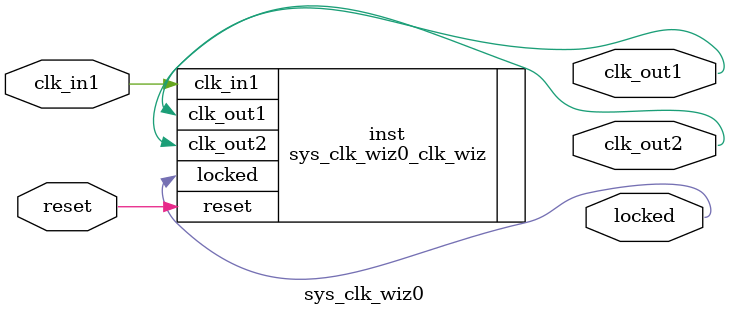
<source format=v>


`timescale 1ps/1ps

(* CORE_GENERATION_INFO = "sys_clk_wiz0,clk_wiz_v6_0_3_0_0,{component_name=sys_clk_wiz0,use_phase_alignment=true,use_min_o_jitter=false,use_max_i_jitter=false,use_dyn_phase_shift=false,use_inclk_switchover=false,use_dyn_reconfig=false,enable_axi=0,feedback_source=FDBK_AUTO,PRIMITIVE=MMCM,num_out_clk=2,clkin1_period=10.000,clkin2_period=10.000,use_power_down=false,use_reset=true,use_locked=true,use_inclk_stopped=false,feedback_type=SINGLE,CLOCK_MGR_TYPE=NA,manual_override=false}" *)

module sys_clk_wiz0 
 (
  // Clock out ports
  output        clk_out1,
  output        clk_out2,
  // Status and control signals
  input         reset,
  output        locked,
 // Clock in ports
  input         clk_in1
 );

  sys_clk_wiz0_clk_wiz inst
  (
  // Clock out ports  
  .clk_out1(clk_out1),
  .clk_out2(clk_out2),
  // Status and control signals               
  .reset(reset), 
  .locked(locked),
 // Clock in ports
  .clk_in1(clk_in1)
  );

endmodule

</source>
